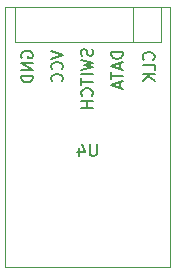
<source format=gbr>
%TF.GenerationSoftware,KiCad,Pcbnew,(6.0.11)*%
%TF.CreationDate,2023-04-06T20:22:21+02:00*%
%TF.ProjectId,ProjetCapteur,50726f6a-6574-4436-9170-746575722e6b,rev?*%
%TF.SameCoordinates,Original*%
%TF.FileFunction,Legend,Bot*%
%TF.FilePolarity,Positive*%
%FSLAX46Y46*%
G04 Gerber Fmt 4.6, Leading zero omitted, Abs format (unit mm)*
G04 Created by KiCad (PCBNEW (6.0.11)) date 2023-04-06 20:22:21*
%MOMM*%
%LPD*%
G01*
G04 APERTURE LIST*
%ADD10C,0.150000*%
%ADD11C,0.120000*%
G04 APERTURE END LIST*
D10*
%TO.C,U4*%
X151561904Y-63638380D02*
X151561904Y-64447904D01*
X151514285Y-64543142D01*
X151466666Y-64590761D01*
X151371428Y-64638380D01*
X151180952Y-64638380D01*
X151085714Y-64590761D01*
X151038095Y-64543142D01*
X150990476Y-64447904D01*
X150990476Y-63638380D01*
X150085714Y-63971714D02*
X150085714Y-64638380D01*
X150323809Y-63590761D02*
X150561904Y-64305047D01*
X149942857Y-64305047D01*
X153792380Y-55828000D02*
X152792380Y-55828000D01*
X152792380Y-56066095D01*
X152840000Y-56208952D01*
X152935238Y-56304190D01*
X153030476Y-56351809D01*
X153220952Y-56399428D01*
X153363809Y-56399428D01*
X153554285Y-56351809D01*
X153649523Y-56304190D01*
X153744761Y-56208952D01*
X153792380Y-56066095D01*
X153792380Y-55828000D01*
X153506666Y-56780380D02*
X153506666Y-57256571D01*
X153792380Y-56685142D02*
X152792380Y-57018476D01*
X153792380Y-57351809D01*
X152792380Y-57542285D02*
X152792380Y-58113714D01*
X153792380Y-57828000D02*
X152792380Y-57828000D01*
X153506666Y-58399428D02*
X153506666Y-58875619D01*
X153792380Y-58304190D02*
X152792380Y-58637523D01*
X153792380Y-58970857D01*
X151204761Y-55590000D02*
X151252380Y-55732857D01*
X151252380Y-55970952D01*
X151204761Y-56066190D01*
X151157142Y-56113809D01*
X151061904Y-56161428D01*
X150966666Y-56161428D01*
X150871428Y-56113809D01*
X150823809Y-56066190D01*
X150776190Y-55970952D01*
X150728571Y-55780476D01*
X150680952Y-55685238D01*
X150633333Y-55637619D01*
X150538095Y-55590000D01*
X150442857Y-55590000D01*
X150347619Y-55637619D01*
X150300000Y-55685238D01*
X150252380Y-55780476D01*
X150252380Y-56018571D01*
X150300000Y-56161428D01*
X150252380Y-56494761D02*
X151252380Y-56732857D01*
X150538095Y-56923333D01*
X151252380Y-57113809D01*
X150252380Y-57351904D01*
X151252380Y-57732857D02*
X150252380Y-57732857D01*
X150252380Y-58066190D02*
X150252380Y-58637619D01*
X151252380Y-58351904D02*
X150252380Y-58351904D01*
X151157142Y-59542380D02*
X151204761Y-59494761D01*
X151252380Y-59351904D01*
X151252380Y-59256666D01*
X151204761Y-59113809D01*
X151109523Y-59018571D01*
X151014285Y-58970952D01*
X150823809Y-58923333D01*
X150680952Y-58923333D01*
X150490476Y-58970952D01*
X150395238Y-59018571D01*
X150300000Y-59113809D01*
X150252380Y-59256666D01*
X150252380Y-59351904D01*
X150300000Y-59494761D01*
X150347619Y-59542380D01*
X151252380Y-59970952D02*
X150252380Y-59970952D01*
X150728571Y-59970952D02*
X150728571Y-60542380D01*
X151252380Y-60542380D02*
X150252380Y-60542380D01*
X147712380Y-55740666D02*
X148712380Y-56074000D01*
X147712380Y-56407333D01*
X148617142Y-57312095D02*
X148664761Y-57264476D01*
X148712380Y-57121619D01*
X148712380Y-57026380D01*
X148664761Y-56883523D01*
X148569523Y-56788285D01*
X148474285Y-56740666D01*
X148283809Y-56693047D01*
X148140952Y-56693047D01*
X147950476Y-56740666D01*
X147855238Y-56788285D01*
X147760000Y-56883523D01*
X147712380Y-57026380D01*
X147712380Y-57121619D01*
X147760000Y-57264476D01*
X147807619Y-57312095D01*
X148617142Y-58312095D02*
X148664761Y-58264476D01*
X148712380Y-58121619D01*
X148712380Y-58026380D01*
X148664761Y-57883523D01*
X148569523Y-57788285D01*
X148474285Y-57740666D01*
X148283809Y-57693047D01*
X148140952Y-57693047D01*
X147950476Y-57740666D01*
X147855238Y-57788285D01*
X147760000Y-57883523D01*
X147712380Y-58026380D01*
X147712380Y-58121619D01*
X147760000Y-58264476D01*
X147807619Y-58312095D01*
X145220000Y-56312095D02*
X145172380Y-56216857D01*
X145172380Y-56074000D01*
X145220000Y-55931142D01*
X145315238Y-55835904D01*
X145410476Y-55788285D01*
X145600952Y-55740666D01*
X145743809Y-55740666D01*
X145934285Y-55788285D01*
X146029523Y-55835904D01*
X146124761Y-55931142D01*
X146172380Y-56074000D01*
X146172380Y-56169238D01*
X146124761Y-56312095D01*
X146077142Y-56359714D01*
X145743809Y-56359714D01*
X145743809Y-56169238D01*
X146172380Y-56788285D02*
X145172380Y-56788285D01*
X146172380Y-57359714D01*
X145172380Y-57359714D01*
X146172380Y-57835904D02*
X145172380Y-57835904D01*
X145172380Y-58074000D01*
X145220000Y-58216857D01*
X145315238Y-58312095D01*
X145410476Y-58359714D01*
X145600952Y-58407333D01*
X145743809Y-58407333D01*
X145934285Y-58359714D01*
X146029523Y-58312095D01*
X146124761Y-58216857D01*
X146172380Y-58074000D01*
X146172380Y-57835904D01*
X156382193Y-56478761D02*
X156429812Y-56431142D01*
X156477431Y-56288285D01*
X156477431Y-56193047D01*
X156429812Y-56050190D01*
X156334574Y-55954952D01*
X156239336Y-55907333D01*
X156048860Y-55859714D01*
X155906003Y-55859714D01*
X155715527Y-55907333D01*
X155620289Y-55954952D01*
X155525051Y-56050190D01*
X155477431Y-56193047D01*
X155477431Y-56288285D01*
X155525051Y-56431142D01*
X155572670Y-56478761D01*
X156477431Y-57383523D02*
X156477431Y-56907333D01*
X155477431Y-56907333D01*
X156477431Y-57716857D02*
X155477431Y-57716857D01*
X156477431Y-58288285D02*
X155906003Y-57859714D01*
X155477431Y-58288285D02*
X156048860Y-57716857D01*
D11*
X154610000Y-52018000D02*
X154610000Y-55018000D01*
X157800000Y-74018000D02*
X143800000Y-74018000D01*
X157800000Y-52018000D02*
X143800000Y-52018000D01*
X143800000Y-52018000D02*
X143800000Y-74018000D01*
X144620000Y-55018000D02*
X156980000Y-55018000D01*
X144620000Y-52018000D02*
X144620000Y-55018000D01*
X156980000Y-52018000D02*
X144620000Y-52018000D01*
X157800000Y-52018000D02*
X157800000Y-74018000D01*
X156980000Y-55018000D02*
X156980000Y-52018000D01*
%TD*%
M02*

</source>
